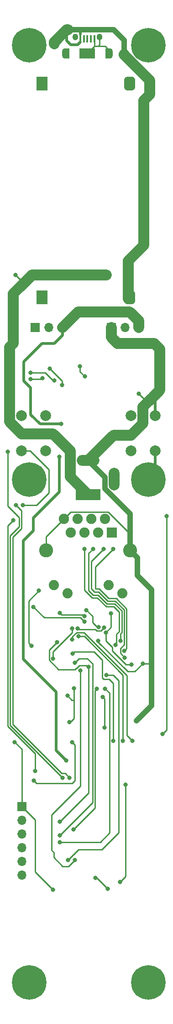
<source format=gbr>
%TF.GenerationSoftware,KiCad,Pcbnew,6.0.5-a6ca702e91~116~ubuntu20.04.1*%
%TF.CreationDate,2022-06-28T21:19:43+02:00*%
%TF.ProjectId,MCH-light,4d43482d-6c69-4676-9874-2e6b69636164,rev?*%
%TF.SameCoordinates,Original*%
%TF.FileFunction,Copper,L2,Bot*%
%TF.FilePolarity,Positive*%
%FSLAX46Y46*%
G04 Gerber Fmt 4.6, Leading zero omitted, Abs format (unit mm)*
G04 Created by KiCad (PCBNEW 6.0.5-a6ca702e91~116~ubuntu20.04.1) date 2022-06-28 21:19:43*
%MOMM*%
%LPD*%
G01*
G04 APERTURE LIST*
G04 Aperture macros list*
%AMRoundRect*
0 Rectangle with rounded corners*
0 $1 Rounding radius*
0 $2 $3 $4 $5 $6 $7 $8 $9 X,Y pos of 4 corners*
0 Add a 4 corners polygon primitive as box body*
4,1,4,$2,$3,$4,$5,$6,$7,$8,$9,$2,$3,0*
0 Add four circle primitives for the rounded corners*
1,1,$1+$1,$2,$3*
1,1,$1+$1,$4,$5*
1,1,$1+$1,$6,$7*
1,1,$1+$1,$8,$9*
0 Add four rect primitives between the rounded corners*
20,1,$1+$1,$2,$3,$4,$5,0*
20,1,$1+$1,$4,$5,$6,$7,0*
20,1,$1+$1,$6,$7,$8,$9,0*
20,1,$1+$1,$8,$9,$2,$3,0*%
G04 Aperture macros list end*
%TA.AperFunction,ComponentPad*%
%ADD10R,1.700000X1.700000*%
%TD*%
%TA.AperFunction,ComponentPad*%
%ADD11O,1.700000X1.700000*%
%TD*%
%TA.AperFunction,ComponentPad*%
%ADD12C,6.400000*%
%TD*%
%TA.AperFunction,ComponentPad*%
%ADD13R,4.600000X2.000000*%
%TD*%
%TA.AperFunction,ComponentPad*%
%ADD14O,4.200000X2.000000*%
%TD*%
%TA.AperFunction,ComponentPad*%
%ADD15O,2.000000X4.200000*%
%TD*%
%TA.AperFunction,ComponentPad*%
%ADD16RoundRect,0.500000X-0.500000X0.750000X-0.500000X-0.750000X0.500000X-0.750000X0.500000X0.750000X0*%
%TD*%
%TA.AperFunction,ComponentPad*%
%ADD17R,2.000000X2.500000*%
%TD*%
%TA.AperFunction,ComponentPad*%
%ADD18C,2.000000*%
%TD*%
%TA.AperFunction,SMDPad,CuDef*%
%ADD19R,0.400000X1.350000*%
%TD*%
%TA.AperFunction,SMDPad,CuDef*%
%ADD20R,0.875000X1.900000*%
%TD*%
%TA.AperFunction,ComponentPad*%
%ADD21O,1.050000X1.250000*%
%TD*%
%TA.AperFunction,ComponentPad*%
%ADD22O,1.000000X1.900000*%
%TD*%
%TA.AperFunction,SMDPad,CuDef*%
%ADD23R,2.900000X1.900000*%
%TD*%
%TA.AperFunction,ComponentPad*%
%ADD24C,2.600000*%
%TD*%
%TA.AperFunction,ComponentPad*%
%ADD25C,1.890000*%
%TD*%
%TA.AperFunction,ComponentPad*%
%ADD26R,1.900000X1.900000*%
%TD*%
%TA.AperFunction,ComponentPad*%
%ADD27C,1.900000*%
%TD*%
%TA.AperFunction,ViaPad*%
%ADD28C,0.800000*%
%TD*%
%TA.AperFunction,Conductor*%
%ADD29C,1.000000*%
%TD*%
%TA.AperFunction,Conductor*%
%ADD30C,0.500000*%
%TD*%
%TA.AperFunction,Conductor*%
%ADD31C,2.000000*%
%TD*%
%TA.AperFunction,Conductor*%
%ADD32C,0.250000*%
%TD*%
G04 APERTURE END LIST*
D10*
%TO.P,J1,1,Pin_1*%
%TO.N,GND*%
X117627000Y-162839000D03*
D11*
%TO.P,J1,2,Pin_2*%
%TO.N,unconnected-(J1-Pad2)*%
X117627000Y-165379000D03*
%TO.P,J1,3,Pin_3*%
%TO.N,Net-(J1-Pad3)*%
X117627000Y-167919000D03*
%TO.P,J1,4,Pin_4*%
%TO.N,/Tx*%
X117627000Y-170459000D03*
%TO.P,J1,5,Pin_5*%
%TO.N,/Rx*%
X117627000Y-172999000D03*
%TO.P,J1,6,Pin_6*%
%TO.N,unconnected-(J1-Pad6)*%
X117627000Y-175539000D03*
%TD*%
D12*
%TO.P,H1,1,1*%
%TO.N,GND*%
X141104000Y-102197017D03*
%TD*%
D10*
%TO.P,J8,1,Pin_1*%
%TO.N,GND*%
X134237820Y-73978017D03*
D11*
%TO.P,J8,2,Pin_2*%
%TO.N,Net-(J8-Pad2)*%
X136777820Y-73978017D03*
%TO.P,J8,3,Pin_3*%
%TO.N,+5V*%
X139317820Y-73978017D03*
%TD*%
D12*
%TO.P,H5,1,1*%
%TO.N,unconnected-(H5-Pad1)*%
X141104000Y-195415017D03*
%TD*%
D10*
%TO.P,J9,1,Pin_1*%
%TO.N,GND*%
X120142000Y-73978017D03*
D11*
%TO.P,J9,2,Pin_2*%
%TO.N,Net-(J9-Pad2)*%
X122682000Y-73978017D03*
%TO.P,J9,3,Pin_3*%
%TO.N,+5V*%
X125222000Y-73978017D03*
%TD*%
D12*
%TO.P,H6,1,1*%
%TO.N,unconnected-(H6-Pad1)*%
X119006000Y-195415017D03*
%TD*%
%TO.P,H4,1,1*%
%TO.N,GND*%
X141104000Y-21679017D03*
%TD*%
%TO.P,H3,1,1*%
%TO.N,GND*%
X119005999Y-21679017D03*
%TD*%
%TO.P,H2,1,1*%
%TO.N,GND*%
X119006000Y-102197017D03*
%TD*%
D13*
%TO.P,J2,1*%
%TO.N,Net-(C4-Pad1)*%
X129936000Y-104991017D03*
D14*
%TO.P,J2,2*%
%TO.N,GND*%
X129936000Y-98691017D03*
D15*
%TO.P,J2,3*%
%TO.N,unconnected-(J2-Pad3)*%
X134736000Y-102091017D03*
%TD*%
D16*
%TO.P,U6,1,Vin*%
%TO.N,Net-(C4-Pad1)*%
X137625000Y-28767000D03*
D17*
%TO.P,U6,2,GND*%
%TO.N,GND*%
X121343000Y-28767000D03*
%TO.P,U6,3,GND*%
X121343000Y-68433000D03*
D16*
%TO.P,U6,4,Vout*%
%TO.N,+5V*%
X137625000Y-68433000D03*
%TD*%
D18*
%TO.P,SW1,1*%
%TO.N,GND*%
X142374000Y-90363017D03*
X142374000Y-96863017D03*
%TO.P,SW1,2*%
%TO.N,/Reset*%
X137874000Y-90363017D03*
X137874000Y-96863017D03*
%TD*%
%TO.P,SW2,1*%
%TO.N,GND*%
X122054000Y-90363017D03*
X122054000Y-96863017D03*
%TO.P,SW2,2*%
%TO.N,/Button*%
X117554000Y-90363017D03*
X117554000Y-96863017D03*
%TD*%
D19*
%TO.P,J5,1,VBUS*%
%TO.N,+5V*%
X128494000Y-20506017D03*
%TO.P,J5,2,D-*%
%TO.N,unconnected-(J5-Pad2)*%
X129144000Y-20506017D03*
%TO.P,J5,3,D+*%
%TO.N,unconnected-(J5-Pad3)*%
X129794000Y-20506017D03*
%TO.P,J5,4,ID*%
%TO.N,unconnected-(J5-Pad4)*%
X130444000Y-20506017D03*
%TO.P,J5,5,GND*%
%TO.N,GND*%
X131094000Y-20506017D03*
D20*
%TO.P,J5,6,Shield*%
X126056500Y-23181017D03*
D21*
X132019000Y-20181017D03*
D22*
X133969000Y-23181017D03*
D23*
X129794000Y-23181017D03*
D22*
X125619000Y-23181017D03*
D21*
X127569000Y-20181017D03*
D20*
X133531500Y-23181017D03*
%TD*%
D24*
%TO.P,J7,13,SHIELD*%
%TO.N,GND*%
X137696000Y-115304000D03*
X122146000Y-115304000D03*
D25*
%TO.P,J7,L1,LEDY_A*%
%TO.N,VDDA*%
X123596000Y-121734000D03*
%TO.P,J7,L2,LEDY_K*%
%TO.N,Net-(J7-PadL2)*%
X126136000Y-123254000D03*
%TO.P,J7,L3,LEDG_K*%
%TO.N,Net-(J7-PadL3)*%
X133706000Y-121734000D03*
%TO.P,J7,L4,LEDG_A*%
%TO.N,VDDA*%
X136246000Y-123254000D03*
D26*
%TO.P,J7,R1,TD+*%
%TO.N,/TXP*%
X134366000Y-112014000D03*
D27*
%TO.P,J7,R2,TD-*%
%TO.N,/TXN*%
X133096000Y-109474000D03*
%TO.P,J7,R3,RD+*%
%TO.N,/RXP*%
X131826000Y-112014000D03*
%TO.P,J7,R4,TCT*%
%TO.N,VDDA*%
X130556000Y-109474000D03*
%TO.P,J7,R5,RCT*%
X129286000Y-112014000D03*
%TO.P,J7,R6,RD-*%
%TO.N,/RXN*%
X128016000Y-109474000D03*
%TO.P,J7,R7,NC*%
%TO.N,unconnected-(J7-PadR7)*%
X126746000Y-112014000D03*
%TO.P,J7,R8,GND*%
%TO.N,GND*%
X125476000Y-109474000D03*
%TD*%
D28*
%TO.N,+5V*%
X124600000Y-98000000D03*
X124790000Y-19990000D03*
X125900000Y-154300000D03*
X123698000Y-21402000D03*
X124140000Y-20640000D03*
X124900000Y-91900000D03*
%TO.N,GND*%
X123428000Y-178265000D03*
X120800000Y-122800000D03*
X119400000Y-133000000D03*
X131318000Y-176022000D03*
X126100000Y-142300000D03*
X126500000Y-147200000D03*
X131826000Y-132080000D03*
X140100000Y-136300000D03*
X133604000Y-178054000D03*
X139300000Y-86300000D03*
X127300000Y-140900000D03*
X138900000Y-146900000D03*
X116332000Y-150876000D03*
%TO.N,+3V3*%
X144526000Y-108966000D03*
X119888000Y-157988000D03*
X123444000Y-135382000D03*
X127000000Y-150876000D03*
X133000000Y-148200000D03*
X132606000Y-142494000D03*
X135890000Y-176784000D03*
X143764000Y-149352000D03*
X136906000Y-158750000D03*
X127000000Y-129794000D03*
%TO.N,Net-(C4-Pad1)*%
X132200000Y-64300000D03*
X130100000Y-64300000D03*
X116500000Y-64300000D03*
X133316000Y-64300000D03*
X131100000Y-64300000D03*
X129100000Y-64300000D03*
%TO.N,/XTAL2*%
X124700000Y-126900000D03*
X129290299Y-127503701D03*
%TO.N,/XTAL1*%
X119800000Y-125800000D03*
X129286000Y-128524000D03*
%TO.N,Net-(C10-Pad1)*%
X132916847Y-129641445D03*
X128007339Y-129831500D03*
%TO.N,VDDA*%
X138000000Y-136500000D03*
X133200000Y-130600000D03*
X134200000Y-127000000D03*
%TO.N,/TXP*%
X134563000Y-115101111D03*
X136658980Y-133958980D03*
%TO.N,/TXN*%
X136700000Y-135200000D03*
X132837595Y-115056347D03*
%TO.N,/RXP*%
X130835500Y-115062000D03*
X135900000Y-132100000D03*
%TO.N,/RXN*%
X135000000Y-132824500D03*
X129286000Y-115062000D03*
%TO.N,/rxd1_N*%
X128167742Y-131280500D03*
X136398000Y-150622000D03*
%TO.N,Net-(R4-Pad2)*%
X127073170Y-134437411D03*
X134620000Y-150622000D03*
%TO.N,/R_RXCLK*%
X124714000Y-165608000D03*
X130048000Y-136906000D03*
X124206000Y-132334000D03*
%TO.N,/rxd0_P*%
X138176000Y-150622000D03*
X127000000Y-131867500D03*
%TO.N,/MDIO*%
X127508000Y-136144000D03*
X124714000Y-168148000D03*
%TO.N,/Activity*%
X129600000Y-126400000D03*
X131918364Y-129540011D03*
%TO.N,Net-(R18-Pad1)*%
X125100000Y-84700000D03*
X122800000Y-81600000D03*
%TO.N,/Button*%
X116078000Y-109728000D03*
X120142000Y-156210000D03*
X117856000Y-106934000D03*
%TO.N,/LED-1*%
X126492000Y-157480000D03*
X116586000Y-106934000D03*
X121500000Y-83400000D03*
X119292500Y-83600000D03*
%TO.N,/LED-2*%
X119292500Y-82400000D03*
X123700000Y-83800000D03*
X125222000Y-157480000D03*
X115062000Y-97028000D03*
%TO.N,/TXD0_P*%
X133096000Y-140970000D03*
X124714000Y-169418000D03*
%TO.N,/TXEN*%
X131572000Y-140970000D03*
X127200000Y-167100000D03*
%TO.N,/TXD1_N*%
X133350000Y-138430000D03*
X126238000Y-172720000D03*
%TO.N,/MDC*%
X127508000Y-172720000D03*
X128524000Y-137624000D03*
%TO.N,Net-(U4-Pad1)*%
X129300000Y-83100000D03*
X128400000Y-81200000D03*
%TD*%
D29*
%TO.N,+5V*%
X136650000Y-20750000D02*
X134696000Y-18796000D01*
D30*
X124000000Y-141600000D02*
X121700000Y-139300000D01*
X124000000Y-152300000D02*
X124000000Y-141600000D01*
X119800000Y-111700000D02*
X119800000Y-109300000D01*
X128494489Y-19558000D02*
X128494489Y-19694489D01*
D31*
X128080017Y-71120000D02*
X137661884Y-71120000D01*
D29*
X136650000Y-23350000D02*
X137649000Y-24349000D01*
D31*
X139317820Y-72775936D02*
X139317820Y-73978017D01*
D30*
X125984000Y-18796000D02*
X128524000Y-18796000D01*
D31*
X140300000Y-58742000D02*
X137371000Y-61671000D01*
X141400000Y-30800000D02*
X140300000Y-31900000D01*
D30*
X128524000Y-18796000D02*
X128494489Y-19558000D01*
X117900000Y-130300000D02*
X117900000Y-113600000D01*
X128494489Y-21111511D02*
X128494489Y-21082000D01*
X119300000Y-90200000D02*
X121000000Y-91900000D01*
X121700000Y-139300000D02*
X117900000Y-135500000D01*
D31*
X123698000Y-21082000D02*
X125984000Y-18796000D01*
D30*
X123700000Y-77000000D02*
X121400000Y-77000000D01*
X124600000Y-104000000D02*
X124600000Y-98000000D01*
X124000000Y-152400000D02*
X124000000Y-152300000D01*
X117900000Y-135500000D02*
X117900000Y-130300000D01*
X126746000Y-21590000D02*
X125984000Y-20828000D01*
X118000000Y-83900000D02*
X119300000Y-85200000D01*
D31*
X125222000Y-73978017D02*
X128080017Y-71120000D01*
X137661884Y-71120000D02*
X139317820Y-72775936D01*
D30*
X125900000Y-154300000D02*
X124000000Y-152400000D01*
X117900000Y-113600000D02*
X119800000Y-111700000D01*
X119300000Y-85200000D02*
X119300000Y-90200000D01*
D31*
X136650000Y-23350000D02*
X136650000Y-23450000D01*
D30*
X124600000Y-104500000D02*
X124600000Y-104000000D01*
D31*
X125984000Y-18796000D02*
X126238000Y-18796000D01*
D30*
X119800000Y-109300000D02*
X124600000Y-104500000D01*
D29*
X136650000Y-23350000D02*
X136650000Y-20750000D01*
D30*
X125222000Y-73978017D02*
X125222000Y-75478000D01*
D31*
X123698000Y-21082000D02*
X124140000Y-20640000D01*
D30*
X121400000Y-77000000D02*
X118000000Y-80400000D01*
X125222000Y-75478000D02*
X123700000Y-77000000D01*
D31*
X141400000Y-28200000D02*
X141400000Y-30800000D01*
X140300000Y-31900000D02*
X140300000Y-58742000D01*
D30*
X121000000Y-91900000D02*
X124900000Y-91900000D01*
D31*
X136650000Y-23450000D02*
X141400000Y-28200000D01*
X123698000Y-21402000D02*
X123698000Y-21082000D01*
D29*
X134696000Y-18796000D02*
X125984000Y-18796000D01*
D31*
X137371000Y-61671000D02*
X137371000Y-68687000D01*
D30*
X118000000Y-80400000D02*
X118000000Y-83900000D01*
X128016000Y-21590000D02*
X128494489Y-21111511D01*
X125984000Y-20828000D02*
X125984000Y-18796000D01*
X128494489Y-19694489D02*
X128500000Y-19700000D01*
X126746000Y-21590000D02*
X128016000Y-21590000D01*
D31*
X124790000Y-19990000D02*
X125984000Y-18796000D01*
D32*
%TO.N,GND*%
X140100000Y-136300000D02*
X141500000Y-136300000D01*
X122146000Y-112804000D02*
X122146000Y-115304000D01*
X141500000Y-136300000D02*
X141700000Y-136500000D01*
D29*
X141700000Y-144100000D02*
X138900000Y-146900000D01*
D32*
X137300000Y-137800000D02*
X138200000Y-137800000D01*
D31*
X137922000Y-93980000D02*
X134647017Y-93980000D01*
D32*
X137000000Y-137500000D02*
X137300000Y-137800000D01*
D30*
X142374000Y-96863017D02*
X142374000Y-100927017D01*
D32*
X139300000Y-86300000D02*
X140727000Y-87727000D01*
X126056500Y-23181017D02*
X126056500Y-22787500D01*
D31*
X143256000Y-85598000D02*
X141827000Y-87027000D01*
D30*
X142374000Y-100927017D02*
X141104000Y-102197017D01*
D32*
X120094000Y-165306000D02*
X120094000Y-174931000D01*
X131131017Y-21844000D02*
X131094000Y-21881017D01*
X120094000Y-174931000D02*
X123428000Y-178265000D01*
D29*
X133036480Y-103894981D02*
X137696000Y-108554501D01*
D31*
X143256000Y-82244000D02*
X143256000Y-85598000D01*
D32*
X119400000Y-133000000D02*
X118900000Y-132500000D01*
X138200000Y-137800000D02*
X138600000Y-137800000D01*
X133969000Y-22717000D02*
X133096000Y-21844000D01*
D31*
X141827000Y-87027000D02*
X141127000Y-87727000D01*
D32*
X127300000Y-146500000D02*
X126550000Y-147250000D01*
X126550000Y-147250000D02*
X126500000Y-147200000D01*
X133623921Y-108199489D02*
X126750511Y-108199489D01*
X133969000Y-23181017D02*
X133969000Y-22717000D01*
X126100000Y-142300000D02*
X126900000Y-143100000D01*
D29*
X133036480Y-101791497D02*
X133036480Y-103894981D01*
D32*
X132019000Y-20181017D02*
X132019000Y-21651000D01*
X131826000Y-132080000D02*
X131826000Y-132326000D01*
D29*
X141700000Y-122600000D02*
X141700000Y-136500000D01*
D32*
X127300000Y-143100000D02*
X127300000Y-146500000D01*
D29*
X137696000Y-108554501D02*
X137696000Y-115304000D01*
D32*
X131094000Y-21881017D02*
X129794000Y-23181017D01*
D31*
X141127000Y-87727000D02*
X140073511Y-88780489D01*
D32*
X131572000Y-176022000D02*
X131318000Y-176022000D01*
D31*
X134237820Y-75817820D02*
X135382000Y-76962000D01*
D29*
X139100000Y-116708000D02*
X139100000Y-120000000D01*
D30*
X142374000Y-90363017D02*
X142374000Y-87574000D01*
D32*
X133096000Y-21844000D02*
X131826000Y-21844000D01*
D29*
X139100000Y-120000000D02*
X141700000Y-122600000D01*
D32*
X132019000Y-21651000D02*
X131826000Y-21844000D01*
D31*
X143256000Y-77978000D02*
X143256000Y-82244000D01*
D32*
X118900000Y-132500000D02*
X118900000Y-125000000D01*
X140727000Y-87727000D02*
X141127000Y-87727000D01*
D29*
X119005999Y-21679017D02*
X120620983Y-21679017D01*
D32*
X131826000Y-21844000D02*
X131131017Y-21844000D01*
X131826000Y-132326000D02*
X137000000Y-137500000D01*
X118900000Y-125000000D02*
X118900000Y-124700000D01*
D31*
X135382000Y-76962000D02*
X142240000Y-76962000D01*
X140073511Y-88780489D02*
X140073511Y-91828489D01*
X134237820Y-73978017D02*
X134237820Y-75817820D01*
D32*
X125476000Y-109474000D02*
X122146000Y-112804000D01*
X126900000Y-143100000D02*
X127300000Y-143100000D01*
X133604000Y-178054000D02*
X131572000Y-176022000D01*
X117627000Y-162839000D02*
X117627000Y-152171000D01*
X118900000Y-124700000D02*
X120800000Y-122800000D01*
D31*
X142240000Y-76962000D02*
X143256000Y-77978000D01*
X140073511Y-91828489D02*
X137922000Y-93980000D01*
X134647017Y-93980000D02*
X129936000Y-98691017D01*
D32*
X137696000Y-112271568D02*
X133623921Y-108199489D01*
X126750511Y-108199489D02*
X125476000Y-109474000D01*
X117627000Y-162839000D02*
X120094000Y-165306000D01*
X117627000Y-152171000D02*
X116332000Y-150876000D01*
D30*
X142374000Y-87574000D02*
X141827000Y-87027000D01*
D29*
X129936000Y-98691017D02*
X133036480Y-101791497D01*
D32*
X127300000Y-140900000D02*
X127300000Y-143100000D01*
X138600000Y-137800000D02*
X140100000Y-136300000D01*
X137696000Y-115304000D02*
X137696000Y-112271568D01*
D29*
X137696000Y-115304000D02*
X139100000Y-116708000D01*
X141700000Y-136500000D02*
X141700000Y-144100000D01*
D32*
X131094000Y-20506017D02*
X131094000Y-21881017D01*
%TO.N,+3V3*%
X144526000Y-148590000D02*
X143764000Y-149352000D01*
X136906000Y-175768000D02*
X136906000Y-158750000D01*
X133000000Y-148200000D02*
X133000000Y-142888000D01*
X120396000Y-158496000D02*
X127000000Y-158496000D01*
X127508000Y-157988000D02*
X127508000Y-156464000D01*
X127508000Y-151384000D02*
X127000000Y-150876000D01*
X133000000Y-142888000D02*
X132606000Y-142494000D01*
X127000000Y-158496000D02*
X127508000Y-157988000D01*
X127000000Y-130564614D02*
X123444000Y-134120614D01*
X127000000Y-129794000D02*
X127000000Y-130564614D01*
X123444000Y-134120614D02*
X123444000Y-135382000D01*
X119888000Y-157988000D02*
X120396000Y-158496000D01*
X144526000Y-108966000D02*
X144526000Y-148590000D01*
X135890000Y-176784000D02*
X136906000Y-175768000D01*
X127508000Y-156464000D02*
X127508000Y-151384000D01*
%TO.N,Net-(C4-Pad1)*%
X116500000Y-64300000D02*
X117150000Y-64950000D01*
D31*
X115354489Y-77671625D02*
X116078000Y-76948114D01*
X131100000Y-64300000D02*
X132200000Y-64300000D01*
X115354489Y-91478489D02*
X115354489Y-77671625D01*
X119500000Y-64300000D02*
X129100000Y-64300000D01*
D32*
X117150000Y-64950000D02*
X117950000Y-65750000D01*
D31*
X117602000Y-93726000D02*
X115354489Y-91478489D01*
X130100000Y-64300000D02*
X131100000Y-64300000D01*
X126636480Y-101691497D02*
X126636480Y-96918480D01*
D32*
X117950000Y-65750000D02*
X117950000Y-65850000D01*
D31*
X123444000Y-93726000D02*
X117602000Y-93726000D01*
X116078000Y-76948114D02*
X116078000Y-67722000D01*
X126636480Y-96918480D02*
X123444000Y-93726000D01*
X116078000Y-67722000D02*
X117150000Y-66650000D01*
X129100000Y-64300000D02*
X130100000Y-64300000D01*
X132200000Y-64300000D02*
X133316000Y-64300000D01*
X129936000Y-104991017D02*
X126636480Y-101691497D01*
X117150000Y-66650000D02*
X117950000Y-65850000D01*
X117950000Y-65850000D02*
X119500000Y-64300000D01*
D32*
%TO.N,/XTAL2*%
X129040598Y-127254000D02*
X129290299Y-127503701D01*
X124700000Y-126900000D02*
X125054000Y-127254000D01*
X125730000Y-127254000D02*
X129040598Y-127254000D01*
X125054000Y-127254000D02*
X125730000Y-127254000D01*
%TO.N,/XTAL1*%
X125222000Y-127762000D02*
X121762000Y-127762000D01*
X125222000Y-127762000D02*
X128524000Y-127762000D01*
X121762000Y-127762000D02*
X119800000Y-125800000D01*
X128524000Y-127762000D02*
X129286000Y-128524000D01*
%TO.N,Net-(C10-Pad1)*%
X128165359Y-129989520D02*
X131250906Y-129989520D01*
X128007339Y-129831500D02*
X128165359Y-129989520D01*
X131525897Y-130264511D02*
X132293781Y-130264511D01*
X132293781Y-130264511D02*
X132916847Y-129641445D01*
X131250906Y-129989520D02*
X131525897Y-130264511D01*
%TO.N,VDDA*%
X136975386Y-136500000D02*
X138000000Y-136500000D01*
X133200000Y-132100000D02*
X134400000Y-133300000D01*
X134400000Y-133924614D02*
X136975386Y-136500000D01*
X133200000Y-130600000D02*
X134200000Y-129600000D01*
X134400000Y-133300000D02*
X134400000Y-133924614D01*
X133200000Y-130600000D02*
X133200000Y-132100000D01*
X134200000Y-129600000D02*
X134200000Y-127000000D01*
%TO.N,/TXP*%
X133750000Y-124250000D02*
X135150000Y-124250000D01*
X131982000Y-122482000D02*
X133750000Y-124250000D01*
X135150000Y-124250000D02*
X137074031Y-126174031D01*
X137074031Y-126174031D02*
X137074031Y-133543929D01*
X131318000Y-122482000D02*
X131982000Y-122482000D01*
X137074031Y-133543929D02*
X136658980Y-133958980D01*
X131318000Y-118346111D02*
X131318000Y-122482000D01*
X134563000Y-115101111D02*
X131318000Y-118346111D01*
%TO.N,/TXN*%
X136624511Y-132775489D02*
X136624511Y-132675489D01*
X131100000Y-123000000D02*
X131864282Y-123000000D01*
X136624511Y-126360229D02*
X136624511Y-132224511D01*
X135900000Y-134400000D02*
X136700000Y-135200000D01*
X130556000Y-122456000D02*
X131100000Y-123000000D01*
X136624511Y-132224511D02*
X136624511Y-132775489D01*
X134900000Y-124700000D02*
X134964282Y-124700000D01*
X130556000Y-117337942D02*
X130556000Y-122456000D01*
X133582141Y-124717859D02*
X134882141Y-124717859D01*
X134882141Y-124717859D02*
X134900000Y-124700000D01*
X134964282Y-124700000D02*
X136624511Y-126360229D01*
X136624511Y-132775489D02*
X135900000Y-133500000D01*
X132837595Y-115056347D02*
X130556000Y-117337942D01*
X131864282Y-123000000D02*
X133582141Y-124717859D01*
X136624511Y-132675489D02*
X136624511Y-132224511D01*
X135900000Y-133500000D02*
X135900000Y-134400000D01*
%TO.N,/RXP*%
X131800000Y-123600000D02*
X130900000Y-123600000D01*
X134864282Y-125235718D02*
X133435718Y-125235718D01*
X130048000Y-115849500D02*
X130835500Y-115062000D01*
X136174991Y-126546427D02*
X134864282Y-125235718D01*
X130900000Y-123600000D02*
X130048000Y-122748000D01*
X136174991Y-130525009D02*
X136174991Y-126546427D01*
X135900000Y-132100000D02*
X135900000Y-130800000D01*
X135900000Y-130800000D02*
X136174991Y-130525009D01*
X133435718Y-125235718D02*
X131800000Y-123600000D01*
X130048000Y-122748000D02*
X130048000Y-115849500D01*
%TO.N,/RXN*%
X135725471Y-126732625D02*
X135725471Y-130338811D01*
X135175489Y-130888793D02*
X135175489Y-132649011D01*
X135725471Y-130338811D02*
X135175489Y-130888793D01*
X129286000Y-122686000D02*
X130700000Y-124100000D01*
X133282141Y-125717859D02*
X134710705Y-125717859D01*
X135175489Y-132649011D02*
X135000000Y-132824500D01*
X131664282Y-124100000D02*
X133282141Y-125717859D01*
X130700000Y-124100000D02*
X131664282Y-124100000D01*
X134710705Y-125717859D02*
X135725471Y-126732625D01*
X129286000Y-115062000D02*
X129286000Y-122686000D01*
%TO.N,/rxd1_N*%
X129248500Y-131280500D02*
X136398000Y-138430000D01*
X128167742Y-131280500D02*
X129248500Y-131280500D01*
X136398000Y-138430000D02*
X136398000Y-150622000D01*
%TO.N,Net-(R4-Pad2)*%
X127073170Y-134437411D02*
X127398581Y-134112000D01*
X134620000Y-139954000D02*
X133858000Y-139192000D01*
X134620000Y-150622000D02*
X134620000Y-139954000D01*
X127398581Y-134112000D02*
X130302000Y-134112000D01*
X133858000Y-139192000D02*
X132842000Y-139192000D01*
X130302000Y-134112000D02*
X131064000Y-134112000D01*
X132842000Y-139192000D02*
X132588000Y-138938000D01*
X132588000Y-135636000D02*
X131064000Y-134112000D01*
X132588000Y-138938000D02*
X132588000Y-135636000D01*
%TO.N,/R_RXCLK*%
X130000000Y-136700000D02*
X130048000Y-136748000D01*
X127840000Y-137160000D02*
X128300000Y-136700000D01*
X127508000Y-137414000D02*
X127762000Y-137160000D01*
X122719489Y-133820511D02*
X122719489Y-135682103D01*
X124451386Y-137414000D02*
X127508000Y-137414000D01*
X124206000Y-132334000D02*
X122719489Y-133820511D01*
X130048000Y-136748000D02*
X130048000Y-136906000D01*
X130048000Y-136906000D02*
X130048000Y-160274000D01*
X122719489Y-135682103D02*
X124451386Y-137414000D01*
X127762000Y-137160000D02*
X127840000Y-137160000D01*
X130048000Y-160274000D02*
X124714000Y-165608000D01*
X128300000Y-136700000D02*
X130000000Y-136700000D01*
%TO.N,/rxd0_P*%
X127802886Y-130556000D02*
X129159718Y-130556000D01*
X127000000Y-131867500D02*
X127000000Y-131358886D01*
X137160000Y-149606000D02*
X138176000Y-150622000D01*
X137160000Y-138556282D02*
X137160000Y-149606000D01*
X127000000Y-131358886D02*
X127802886Y-130556000D01*
X129159718Y-130556000D02*
X137160000Y-138556282D01*
%TO.N,/MDIO*%
X129794000Y-135382000D02*
X128270000Y-135382000D01*
X130772511Y-162089489D02*
X130772511Y-136360511D01*
X124714000Y-168148000D02*
X130772511Y-162089489D01*
X130772511Y-136360511D02*
X129794000Y-135382000D01*
X128270000Y-135382000D02*
X127508000Y-136144000D01*
%TO.N,/Activity*%
X130771023Y-127571023D02*
X129600000Y-126400000D01*
X131918364Y-129540011D02*
X131611034Y-129540011D01*
X131611034Y-129540011D02*
X130771023Y-128700000D01*
X130771023Y-128700000D02*
X130771023Y-127571023D01*
%TO.N,Net-(R18-Pad1)*%
X122800000Y-81600000D02*
X125100000Y-83900000D01*
X125100000Y-83900000D02*
X125100000Y-84700000D01*
%TO.N,/Button*%
X119215017Y-96863017D02*
X122682000Y-100330000D01*
X122682000Y-100330000D02*
X122682000Y-104648000D01*
X115031969Y-110774031D02*
X116078000Y-109728000D01*
X115031969Y-147925686D02*
X115031969Y-110774031D01*
X120142000Y-153035718D02*
X115031969Y-147925686D01*
X120396000Y-106934000D02*
X117856000Y-106934000D01*
X117554000Y-96863017D02*
X119215017Y-96863017D01*
X122682000Y-104648000D02*
X120396000Y-106934000D01*
X120142000Y-156210000D02*
X120142000Y-153035718D01*
%TO.N,/LED-1*%
X126492000Y-157480000D02*
X125666141Y-156654141D01*
X119292500Y-83600000D02*
X121300000Y-83600000D01*
X115931009Y-147553291D02*
X115931009Y-112922991D01*
X125666141Y-156654141D02*
X125031859Y-156654141D01*
X117602000Y-107950000D02*
X116586000Y-106934000D01*
X115931009Y-112922991D02*
X117602000Y-111252000D01*
X125031859Y-156654141D02*
X115931009Y-147553291D01*
X121300000Y-83600000D02*
X121500000Y-83400000D01*
X117602000Y-111252000D02*
X117602000Y-107950000D01*
%TO.N,/LED-2*%
X122000000Y-82400000D02*
X123100000Y-83500000D01*
X123400000Y-83800000D02*
X123700000Y-83800000D01*
X119292500Y-82400000D02*
X122000000Y-82400000D01*
X115062000Y-107162000D02*
X115062000Y-97028000D01*
X115481489Y-112610511D02*
X117152480Y-110939520D01*
X123100000Y-83500000D02*
X123400000Y-83800000D01*
X125222000Y-157480000D02*
X115481489Y-147739489D01*
X115481489Y-147739489D02*
X115481489Y-112610511D01*
X117152480Y-110939520D02*
X117152480Y-109252480D01*
X117152480Y-109252480D02*
X115062000Y-107162000D01*
%TO.N,/TXD0_P*%
X133895489Y-159795489D02*
X133900000Y-159800000D01*
X132182000Y-169418000D02*
X133900000Y-167700000D01*
X133895489Y-159795489D02*
X133895489Y-141769489D01*
X133895489Y-141769489D02*
X133096000Y-140970000D01*
X124714000Y-169418000D02*
X132182000Y-169418000D01*
X133900000Y-159800000D02*
X133900000Y-167700000D01*
%TO.N,/TXEN*%
X131222031Y-163077969D02*
X131222031Y-141319969D01*
X127200000Y-167100000D02*
X131222031Y-163077969D01*
X131222031Y-141319969D02*
X131572000Y-140970000D01*
%TO.N,/TXD1_N*%
X132471000Y-170829000D02*
X128129000Y-170829000D01*
X135636000Y-167664000D02*
X132471000Y-170829000D01*
X133350000Y-138430000D02*
X134620000Y-138430000D01*
X135636000Y-139446000D02*
X135636000Y-167664000D01*
X134620000Y-138430000D02*
X135636000Y-139446000D01*
X128129000Y-170829000D02*
X126238000Y-172720000D01*
%TO.N,/MDC*%
X127508000Y-172720000D02*
X126328000Y-173900000D01*
X128524000Y-159004000D02*
X123190000Y-164338000D01*
X125200000Y-173900000D02*
X123574000Y-172274000D01*
X128524000Y-137400000D02*
X128524000Y-137624000D01*
X123190000Y-164338000D02*
X123190000Y-170942000D01*
X126328000Y-173900000D02*
X125200000Y-173900000D01*
X123574000Y-172274000D02*
X123574000Y-171326000D01*
X123190000Y-170942000D02*
X123574000Y-171326000D01*
X128524000Y-137624000D02*
X128524000Y-159004000D01*
%TO.N,Net-(U4-Pad1)*%
X128400000Y-82200000D02*
X129300000Y-83100000D01*
X128400000Y-81200000D02*
X128400000Y-82200000D01*
%TD*%
M02*

</source>
